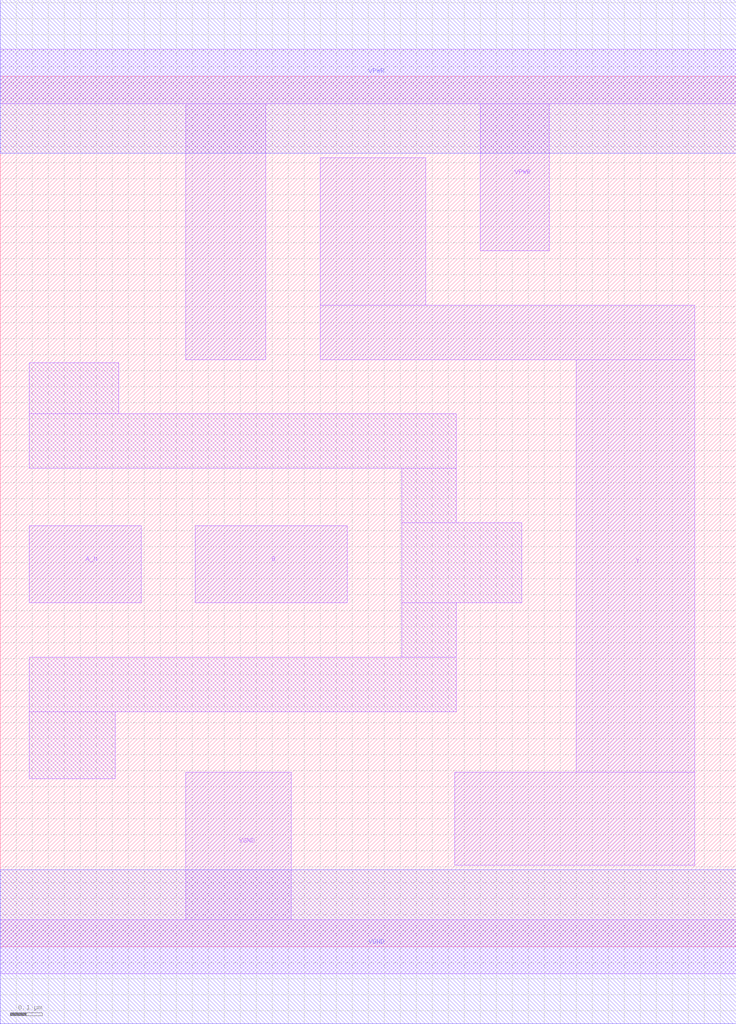
<source format=lef>
# Copyright 2020 The SkyWater PDK Authors
#
# Licensed under the Apache License, Version 2.0 (the "License");
# you may not use this file except in compliance with the License.
# You may obtain a copy of the License at
#
#     https://www.apache.org/licenses/LICENSE-2.0
#
# Unless required by applicable law or agreed to in writing, software
# distributed under the License is distributed on an "AS IS" BASIS,
# WITHOUT WARRANTIES OR CONDITIONS OF ANY KIND, either express or implied.
# See the License for the specific language governing permissions and
# limitations under the License.
#
# SPDX-License-Identifier: Apache-2.0

VERSION 5.5 ;
NAMESCASESENSITIVE ON ;
BUSBITCHARS "[]" ;
DIVIDERCHAR "/" ;
MACRO sky130_fd_sc_hd__nand2b_1
  CLASS CORE ;
  SOURCE USER ;
  ORIGIN  0.000000  0.000000 ;
  SIZE  2.300000 BY  2.720000 ;
  SYMMETRY X Y R90 ;
  SITE unithd ;
  PIN A_N
    ANTENNAGATEAREA  0.126000 ;
    DIRECTION INPUT ;
    USE SIGNAL ;
    PORT
      LAYER li1 ;
        RECT 0.090000 1.075000 0.440000 1.315000 ;
    END
  END A_N
  PIN B
    ANTENNAGATEAREA  0.247500 ;
    DIRECTION INPUT ;
    USE SIGNAL ;
    PORT
      LAYER li1 ;
        RECT 0.610000 1.075000 1.085000 1.315000 ;
    END
  END B
  PIN Y
    ANTENNADIFFAREA  0.439000 ;
    DIRECTION OUTPUT ;
    USE SIGNAL ;
    PORT
      LAYER li1 ;
        RECT 1.000000 1.835000 2.170000 2.005000 ;
        RECT 1.000000 2.005000 1.330000 2.465000 ;
        RECT 1.420000 0.255000 2.170000 0.545000 ;
        RECT 1.800000 0.545000 2.170000 1.835000 ;
    END
  END Y
  PIN VGND
    DIRECTION INOUT ;
    SHAPE ABUTMENT ;
    USE GROUND ;
    PORT
      LAYER li1 ;
        RECT 0.000000 -0.085000 2.300000 0.085000 ;
        RECT 0.580000  0.085000 0.910000 0.545000 ;
    END
    PORT
      LAYER met1 ;
        RECT 0.000000 -0.240000 2.300000 0.240000 ;
    END
  END VGND
  PIN VNB
    DIRECTION INOUT ;
    USE GROUND ;
    PORT
    END
  END VNB
  PIN VPB
    DIRECTION INOUT ;
    USE POWER ;
    PORT
    END
  END VPB
  PIN VPWR
    DIRECTION INOUT ;
    SHAPE ABUTMENT ;
    USE POWER ;
    PORT
      LAYER li1 ;
        RECT 0.000000 2.635000 2.300000 2.805000 ;
        RECT 0.580000 1.835000 0.830000 2.635000 ;
        RECT 1.500000 2.175000 1.715000 2.635000 ;
    END
    PORT
      LAYER met1 ;
        RECT 0.000000 2.480000 2.300000 2.960000 ;
    END
  END VPWR
  OBS
    LAYER li1 ;
      RECT 0.090000 0.525000 0.360000 0.735000 ;
      RECT 0.090000 0.735000 1.425000 0.905000 ;
      RECT 0.090000 1.495000 1.425000 1.665000 ;
      RECT 0.090000 1.665000 0.370000 1.825000 ;
      RECT 1.255000 0.905000 1.425000 1.075000 ;
      RECT 1.255000 1.075000 1.630000 1.325000 ;
      RECT 1.255000 1.325000 1.425000 1.495000 ;
  END
END sky130_fd_sc_hd__nand2b_1
END LIBRARY

</source>
